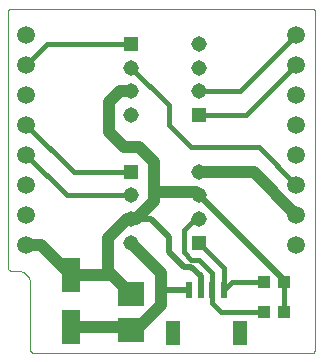
<source format=gtl>
G04 EAGLE Gerber RS-274X export*
G75*
%MOMM*%
%FSLAX34Y34*%
%LPD*%
%INTop Layer*%
%IPPOS*%
%AMOC8*
5,1,8,0,0,1.08239X$1,22.5*%
G01*
%ADD10C,0.000000*%
%ADD11R,2.200000X2.000000*%
%ADD12R,1.200000X2.000000*%
%ADD13R,0.600000X1.350000*%
%ADD14R,1.308000X1.308000*%
%ADD15C,1.308000*%
%ADD16R,1.000000X1.100000*%
%ADD17C,1.508000*%
%ADD18R,1.600000X3.000000*%
%ADD19C,1.016000*%
%ADD20C,0.508000*%
%ADD21C,0.406400*%


D10*
X0Y298450D02*
X0Y82550D01*
X2Y82439D01*
X8Y82329D01*
X17Y82218D01*
X31Y82108D01*
X48Y81999D01*
X69Y81890D01*
X94Y81782D01*
X123Y81675D01*
X155Y81569D01*
X191Y81464D01*
X231Y81361D01*
X274Y81259D01*
X321Y81158D01*
X372Y81059D01*
X425Y80963D01*
X482Y80868D01*
X543Y80775D01*
X606Y80684D01*
X673Y80595D01*
X743Y80509D01*
X816Y80426D01*
X891Y80344D01*
X969Y80266D01*
X1051Y80191D01*
X1134Y80118D01*
X1220Y80048D01*
X1309Y79981D01*
X1400Y79918D01*
X1493Y79857D01*
X1587Y79800D01*
X1684Y79747D01*
X1783Y79696D01*
X1884Y79649D01*
X1986Y79606D01*
X2089Y79566D01*
X2194Y79530D01*
X2300Y79498D01*
X2407Y79469D01*
X2515Y79444D01*
X2624Y79423D01*
X2733Y79406D01*
X2843Y79392D01*
X2954Y79383D01*
X3064Y79377D01*
X3175Y79375D01*
X8210Y79375D01*
X8472Y79372D01*
X8734Y79362D01*
X8995Y79347D01*
X9256Y79324D01*
X9517Y79296D01*
X9776Y79261D01*
X10035Y79220D01*
X10293Y79173D01*
X10549Y79120D01*
X10804Y79060D01*
X11058Y78994D01*
X11310Y78922D01*
X11560Y78844D01*
X11808Y78761D01*
X12054Y78671D01*
X12298Y78575D01*
X12539Y78473D01*
X12778Y78366D01*
X13014Y78252D01*
X13248Y78133D01*
X13478Y78009D01*
X13705Y77879D01*
X13930Y77743D01*
X14150Y77602D01*
X14368Y77456D01*
X14582Y77305D01*
X14792Y77148D01*
X14998Y76987D01*
X15200Y76820D01*
X15398Y76649D01*
X15592Y76473D01*
X15782Y76292D01*
X15967Y76107D01*
X16148Y75917D01*
X16324Y75723D01*
X16495Y75525D01*
X16662Y75323D01*
X16823Y75117D01*
X16980Y74907D01*
X17131Y74693D01*
X17277Y74475D01*
X17418Y74255D01*
X17554Y74030D01*
X17684Y73803D01*
X17808Y73573D01*
X17927Y73339D01*
X18041Y73103D01*
X18148Y72864D01*
X18250Y72623D01*
X18346Y72379D01*
X18436Y72133D01*
X18519Y71885D01*
X18597Y71635D01*
X18669Y71383D01*
X18735Y71129D01*
X18795Y70874D01*
X18848Y70618D01*
X18895Y70360D01*
X18936Y70101D01*
X18971Y69842D01*
X18999Y69581D01*
X19022Y69320D01*
X19037Y69059D01*
X19047Y68797D01*
X19050Y68535D01*
X19050Y12700D01*
X19052Y12589D01*
X19058Y12479D01*
X19067Y12368D01*
X19081Y12258D01*
X19098Y12149D01*
X19119Y12040D01*
X19144Y11932D01*
X19173Y11825D01*
X19205Y11719D01*
X19241Y11614D01*
X19281Y11511D01*
X19324Y11409D01*
X19371Y11308D01*
X19422Y11209D01*
X19475Y11112D01*
X19532Y11018D01*
X19593Y10925D01*
X19656Y10834D01*
X19723Y10745D01*
X19793Y10659D01*
X19866Y10576D01*
X19941Y10494D01*
X20019Y10416D01*
X20101Y10341D01*
X20184Y10268D01*
X20270Y10198D01*
X20359Y10131D01*
X20450Y10068D01*
X20543Y10007D01*
X20637Y9950D01*
X20734Y9897D01*
X20833Y9846D01*
X20934Y9799D01*
X21036Y9756D01*
X21139Y9716D01*
X21244Y9680D01*
X21350Y9648D01*
X21457Y9619D01*
X21565Y9594D01*
X21674Y9573D01*
X21783Y9556D01*
X21893Y9542D01*
X22004Y9533D01*
X22114Y9527D01*
X22225Y9525D01*
X256975Y9525D01*
X257086Y9527D01*
X257196Y9533D01*
X257307Y9542D01*
X257417Y9556D01*
X257526Y9573D01*
X257635Y9594D01*
X257743Y9619D01*
X257850Y9648D01*
X257956Y9680D01*
X258061Y9716D01*
X258164Y9756D01*
X258266Y9799D01*
X258367Y9846D01*
X258466Y9897D01*
X258562Y9950D01*
X258657Y10007D01*
X258750Y10068D01*
X258841Y10131D01*
X258930Y10198D01*
X259016Y10268D01*
X259099Y10341D01*
X259181Y10416D01*
X259259Y10494D01*
X259334Y10576D01*
X259407Y10659D01*
X259477Y10745D01*
X259544Y10834D01*
X259607Y10925D01*
X259668Y11018D01*
X259725Y11112D01*
X259778Y11209D01*
X259829Y11308D01*
X259876Y11409D01*
X259919Y11511D01*
X259959Y11614D01*
X259995Y11719D01*
X260027Y11825D01*
X260056Y11932D01*
X260081Y12040D01*
X260102Y12149D01*
X260119Y12258D01*
X260133Y12368D01*
X260142Y12479D01*
X260148Y12589D01*
X260150Y12700D01*
X260150Y298525D01*
X260148Y298631D01*
X260142Y298737D01*
X260133Y298843D01*
X260120Y298948D01*
X260103Y299053D01*
X260082Y299157D01*
X260058Y299261D01*
X260029Y299363D01*
X259998Y299465D01*
X259962Y299565D01*
X259924Y299663D01*
X259881Y299761D01*
X259835Y299857D01*
X259786Y299951D01*
X259734Y300043D01*
X259678Y300133D01*
X259619Y300222D01*
X259557Y300308D01*
X259491Y300392D01*
X259423Y300473D01*
X259352Y300552D01*
X259279Y300629D01*
X259202Y300702D01*
X259123Y300773D01*
X259042Y300841D01*
X258958Y300907D01*
X258872Y300969D01*
X258783Y301028D01*
X258693Y301084D01*
X258601Y301136D01*
X258507Y301185D01*
X258411Y301231D01*
X258313Y301274D01*
X258215Y301312D01*
X258115Y301348D01*
X258013Y301379D01*
X257911Y301408D01*
X257807Y301432D01*
X257703Y301453D01*
X257598Y301470D01*
X257493Y301483D01*
X257387Y301492D01*
X257281Y301498D01*
X257175Y301500D01*
X3050Y301500D01*
X2941Y301498D01*
X2832Y301492D01*
X2724Y301483D01*
X2616Y301469D01*
X2508Y301452D01*
X2402Y301430D01*
X2296Y301405D01*
X2191Y301376D01*
X2087Y301344D01*
X1984Y301308D01*
X1883Y301268D01*
X1783Y301224D01*
X1685Y301177D01*
X1588Y301127D01*
X1494Y301073D01*
X1401Y301016D01*
X1311Y300955D01*
X1222Y300892D01*
X1136Y300825D01*
X1053Y300755D01*
X972Y300682D01*
X893Y300607D01*
X818Y300528D01*
X745Y300447D01*
X675Y300364D01*
X608Y300278D01*
X545Y300189D01*
X484Y300099D01*
X427Y300006D01*
X373Y299912D01*
X323Y299815D01*
X276Y299717D01*
X232Y299617D01*
X192Y299516D01*
X156Y299413D01*
X124Y299309D01*
X95Y299204D01*
X70Y299098D01*
X48Y298992D01*
X31Y298884D01*
X17Y298776D01*
X8Y298668D01*
X2Y298559D01*
X0Y298450D01*
D11*
X104775Y59450D03*
X104775Y29450D03*
D12*
X140275Y26750D03*
X196275Y26750D03*
D13*
X153275Y63500D03*
X163275Y63500D03*
X173275Y63500D03*
X183275Y63500D03*
D14*
X161925Y211300D03*
D15*
X161925Y231300D03*
X161925Y251300D03*
X161925Y271300D03*
D14*
X104775Y271300D03*
D15*
X104775Y251300D03*
X104775Y231300D03*
X104775Y211300D03*
D14*
X161925Y103350D03*
D15*
X161925Y123350D03*
X161925Y143350D03*
X161925Y163350D03*
D14*
X104775Y163350D03*
D15*
X104775Y143350D03*
X104775Y123350D03*
X104775Y103350D03*
D16*
X216925Y69850D03*
X233925Y69850D03*
X216925Y44450D03*
X233925Y44450D03*
D17*
X15875Y127000D03*
X15875Y152400D03*
X15875Y177800D03*
X15875Y203200D03*
X15875Y228600D03*
X15875Y254000D03*
X15875Y279400D03*
X244475Y127000D03*
X244475Y152400D03*
X244475Y177800D03*
X244475Y203200D03*
X244475Y228600D03*
X244475Y254000D03*
X244475Y279400D03*
X15875Y101600D03*
X244475Y101600D03*
D18*
X53975Y75975D03*
X53975Y31975D03*
D19*
X101375Y31975D01*
X103900Y29450D02*
X104775Y29450D01*
X103900Y29450D02*
X101375Y31975D01*
X104775Y29450D02*
X108825Y29450D01*
X130175Y50800D01*
X130175Y63500D01*
X130175Y77950D01*
X104775Y103350D01*
X161925Y163350D02*
X208125Y163350D01*
X244475Y127000D01*
D20*
X153275Y63500D02*
X130175Y63500D01*
D21*
X233925Y69850D02*
X233925Y44450D01*
D19*
X28350Y101600D02*
X15875Y101600D01*
X28350Y101600D02*
X53975Y75975D01*
X88250Y75975D01*
X85075Y79150D01*
X88250Y75975D02*
X104775Y59450D01*
X104775Y123350D02*
X101125Y123350D01*
X85075Y107300D02*
X85075Y79150D01*
X85075Y107300D02*
X101125Y123350D01*
X104775Y231300D02*
X94775Y231300D01*
X85725Y222250D01*
X85725Y196850D01*
X98425Y184150D01*
X111125Y184150D01*
X123825Y171450D01*
X108251Y123350D02*
X104775Y123350D01*
X123825Y146050D02*
X123825Y171450D01*
X123825Y146050D02*
X123825Y138924D01*
X108251Y123350D01*
X123825Y146050D02*
X159225Y146050D01*
X161925Y143350D01*
D20*
X163275Y74850D02*
X163275Y63500D01*
X155575Y82550D02*
X149225Y82550D01*
X136525Y95250D01*
X136525Y107950D01*
X121125Y123350D01*
X108251Y123350D01*
X155575Y82550D02*
X163275Y74850D01*
X161925Y143350D02*
X233925Y71350D01*
X233925Y69850D01*
D21*
X183275Y82000D02*
X161925Y103350D01*
X183275Y82000D02*
X183275Y63500D01*
X189625Y69850D01*
X216925Y69850D01*
X173275Y63500D02*
X173275Y77550D01*
X161925Y88900D01*
X155575Y88900D01*
X149225Y95250D01*
X149225Y114300D01*
X158275Y123350D01*
X161925Y123350D01*
X173275Y63500D02*
X173275Y52150D01*
X180975Y44450D01*
X216925Y44450D01*
X196375Y231300D02*
X161925Y231300D01*
X196375Y231300D02*
X244475Y279400D01*
X244475Y254000D02*
X201775Y211300D01*
X161925Y211300D01*
X33175Y271300D02*
X15875Y254000D01*
X33175Y271300D02*
X104775Y271300D01*
X15875Y203200D02*
X55725Y163350D01*
X104775Y163350D01*
X104775Y143350D02*
X50325Y143350D01*
X15875Y177800D01*
X104775Y251300D02*
X136525Y219550D01*
X136525Y203200D01*
X155575Y184150D01*
X212725Y184150D02*
X244475Y152400D01*
X212725Y184150D02*
X155575Y184150D01*
M02*

</source>
